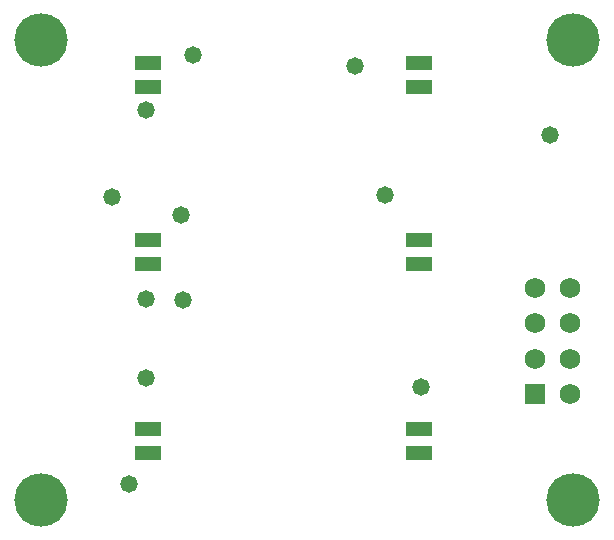
<source format=gbr>
G04*
G04 #@! TF.GenerationSoftware,Altium Limited,Altium Designer,22.4.2 (48)*
G04*
G04 Layer_Color=8388736*
%FSLAX25Y25*%
%MOIN*%
G70*
G04*
G04 #@! TF.SameCoordinates,96A84167-8CB8-41EC-8849-8989CCC38216*
G04*
G04*
G04 #@! TF.FilePolarity,Negative*
G04*
G01*
G75*
%ADD12R,0.08900X0.04600*%
%ADD13C,0.17800*%
%ADD14C,0.06824*%
%ADD15R,0.06824X0.06824*%
%ADD16C,0.05800*%
D12*
X629921Y255842D02*
D03*
Y263843D02*
D03*
Y196787D02*
D03*
Y204787D02*
D03*
Y133795D02*
D03*
Y141795D02*
D03*
X539370Y133795D02*
D03*
Y141795D02*
D03*
Y204787D02*
D03*
Y196787D02*
D03*
Y263843D02*
D03*
Y255842D02*
D03*
D13*
X681102Y118110D02*
D03*
X503937D02*
D03*
Y271654D02*
D03*
X681102D02*
D03*
D14*
X680300Y189000D02*
D03*
X668489D02*
D03*
X680300Y177189D02*
D03*
X668489D02*
D03*
X680300Y153567D02*
D03*
Y165378D02*
D03*
X668489D02*
D03*
D15*
Y153567D02*
D03*
D16*
X538976Y248228D02*
D03*
X551181Y184941D02*
D03*
X550591Y213386D02*
D03*
X630512Y156004D02*
D03*
X618504Y219980D02*
D03*
X608563Y262795D02*
D03*
X554626Y266535D02*
D03*
X538681Y185335D02*
D03*
X538878Y158957D02*
D03*
X533071Y123425D02*
D03*
X527362Y219291D02*
D03*
X673524Y240059D02*
D03*
M02*

</source>
